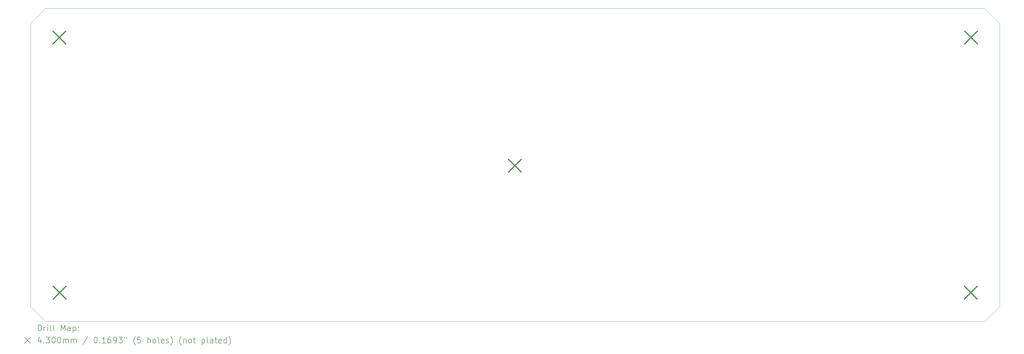
<source format=gbr>
%TF.GenerationSoftware,KiCad,Pcbnew,8.0.8-8.0.8-0~ubuntu24.04.1*%
%TF.CreationDate,2025-08-07T17:01:00-04:00*%
%TF.ProjectId,display_15_in,64697370-6c61-4795-9f31-355f696e2e6b,2*%
%TF.SameCoordinates,Original*%
%TF.FileFunction,Drillmap*%
%TF.FilePolarity,Positive*%
%FSLAX45Y45*%
G04 Gerber Fmt 4.5, Leading zero omitted, Abs format (unit mm)*
G04 Created by KiCad (PCBNEW 8.0.8-8.0.8-0~ubuntu24.04.1) date 2025-08-07 17:01:00*
%MOMM*%
%LPD*%
G01*
G04 APERTURE LIST*
%ADD10C,0.050000*%
%ADD11C,0.200000*%
%ADD12C,0.430000*%
G04 APERTURE END LIST*
D10*
X5854700Y-18397600D02*
X37858700Y-18397600D01*
X5854700Y-7729600D02*
X37858700Y-7729600D01*
X38366700Y-8237600D02*
X38366700Y-17889600D01*
X37858700Y-7729600D02*
X38366700Y-8237600D01*
X5346700Y-17889600D02*
X5854700Y-18397600D01*
X5346700Y-8237600D02*
X5346700Y-17889600D01*
X5346700Y-8237600D02*
X5854700Y-7729600D01*
X38366700Y-17889600D02*
X37858700Y-18397600D01*
D11*
D12*
X6109600Y-8497200D02*
X6539600Y-8927200D01*
X6539600Y-8497200D02*
X6109600Y-8927200D01*
X6115950Y-17196700D02*
X6545950Y-17626700D01*
X6545950Y-17196700D02*
X6115950Y-17626700D01*
X21629000Y-12866000D02*
X22059000Y-13296000D01*
X22059000Y-12866000D02*
X21629000Y-13296000D01*
X37161100Y-17196700D02*
X37591100Y-17626700D01*
X37591100Y-17196700D02*
X37161100Y-17626700D01*
X37173800Y-8497200D02*
X37603800Y-8927200D01*
X37603800Y-8497200D02*
X37173800Y-8927200D01*
D11*
X5604977Y-18711584D02*
X5604977Y-18511584D01*
X5604977Y-18511584D02*
X5652596Y-18511584D01*
X5652596Y-18511584D02*
X5681167Y-18521108D01*
X5681167Y-18521108D02*
X5700215Y-18540155D01*
X5700215Y-18540155D02*
X5709739Y-18559203D01*
X5709739Y-18559203D02*
X5719262Y-18597298D01*
X5719262Y-18597298D02*
X5719262Y-18625870D01*
X5719262Y-18625870D02*
X5709739Y-18663965D01*
X5709739Y-18663965D02*
X5700215Y-18683012D01*
X5700215Y-18683012D02*
X5681167Y-18702060D01*
X5681167Y-18702060D02*
X5652596Y-18711584D01*
X5652596Y-18711584D02*
X5604977Y-18711584D01*
X5804977Y-18711584D02*
X5804977Y-18578250D01*
X5804977Y-18616346D02*
X5814501Y-18597298D01*
X5814501Y-18597298D02*
X5824024Y-18587774D01*
X5824024Y-18587774D02*
X5843072Y-18578250D01*
X5843072Y-18578250D02*
X5862120Y-18578250D01*
X5928786Y-18711584D02*
X5928786Y-18578250D01*
X5928786Y-18511584D02*
X5919262Y-18521108D01*
X5919262Y-18521108D02*
X5928786Y-18530631D01*
X5928786Y-18530631D02*
X5938310Y-18521108D01*
X5938310Y-18521108D02*
X5928786Y-18511584D01*
X5928786Y-18511584D02*
X5928786Y-18530631D01*
X6052596Y-18711584D02*
X6033548Y-18702060D01*
X6033548Y-18702060D02*
X6024024Y-18683012D01*
X6024024Y-18683012D02*
X6024024Y-18511584D01*
X6157358Y-18711584D02*
X6138310Y-18702060D01*
X6138310Y-18702060D02*
X6128786Y-18683012D01*
X6128786Y-18683012D02*
X6128786Y-18511584D01*
X6385929Y-18711584D02*
X6385929Y-18511584D01*
X6385929Y-18511584D02*
X6452596Y-18654441D01*
X6452596Y-18654441D02*
X6519262Y-18511584D01*
X6519262Y-18511584D02*
X6519262Y-18711584D01*
X6700215Y-18711584D02*
X6700215Y-18606822D01*
X6700215Y-18606822D02*
X6690691Y-18587774D01*
X6690691Y-18587774D02*
X6671643Y-18578250D01*
X6671643Y-18578250D02*
X6633548Y-18578250D01*
X6633548Y-18578250D02*
X6614501Y-18587774D01*
X6700215Y-18702060D02*
X6681167Y-18711584D01*
X6681167Y-18711584D02*
X6633548Y-18711584D01*
X6633548Y-18711584D02*
X6614501Y-18702060D01*
X6614501Y-18702060D02*
X6604977Y-18683012D01*
X6604977Y-18683012D02*
X6604977Y-18663965D01*
X6604977Y-18663965D02*
X6614501Y-18644917D01*
X6614501Y-18644917D02*
X6633548Y-18635393D01*
X6633548Y-18635393D02*
X6681167Y-18635393D01*
X6681167Y-18635393D02*
X6700215Y-18625870D01*
X6795453Y-18578250D02*
X6795453Y-18778250D01*
X6795453Y-18587774D02*
X6814501Y-18578250D01*
X6814501Y-18578250D02*
X6852596Y-18578250D01*
X6852596Y-18578250D02*
X6871643Y-18587774D01*
X6871643Y-18587774D02*
X6881167Y-18597298D01*
X6881167Y-18597298D02*
X6890691Y-18616346D01*
X6890691Y-18616346D02*
X6890691Y-18673489D01*
X6890691Y-18673489D02*
X6881167Y-18692536D01*
X6881167Y-18692536D02*
X6871643Y-18702060D01*
X6871643Y-18702060D02*
X6852596Y-18711584D01*
X6852596Y-18711584D02*
X6814501Y-18711584D01*
X6814501Y-18711584D02*
X6795453Y-18702060D01*
X6976405Y-18692536D02*
X6985929Y-18702060D01*
X6985929Y-18702060D02*
X6976405Y-18711584D01*
X6976405Y-18711584D02*
X6966882Y-18702060D01*
X6966882Y-18702060D02*
X6976405Y-18692536D01*
X6976405Y-18692536D02*
X6976405Y-18711584D01*
X6976405Y-18587774D02*
X6985929Y-18597298D01*
X6985929Y-18597298D02*
X6976405Y-18606822D01*
X6976405Y-18606822D02*
X6966882Y-18597298D01*
X6966882Y-18597298D02*
X6976405Y-18587774D01*
X6976405Y-18587774D02*
X6976405Y-18606822D01*
X5144200Y-18940100D02*
X5344200Y-19140100D01*
X5344200Y-18940100D02*
X5144200Y-19140100D01*
X5690691Y-18998250D02*
X5690691Y-19131584D01*
X5643072Y-18922060D02*
X5595453Y-19064917D01*
X5595453Y-19064917D02*
X5719262Y-19064917D01*
X5795453Y-19112536D02*
X5804977Y-19122060D01*
X5804977Y-19122060D02*
X5795453Y-19131584D01*
X5795453Y-19131584D02*
X5785929Y-19122060D01*
X5785929Y-19122060D02*
X5795453Y-19112536D01*
X5795453Y-19112536D02*
X5795453Y-19131584D01*
X5871643Y-18931584D02*
X5995453Y-18931584D01*
X5995453Y-18931584D02*
X5928786Y-19007774D01*
X5928786Y-19007774D02*
X5957358Y-19007774D01*
X5957358Y-19007774D02*
X5976405Y-19017298D01*
X5976405Y-19017298D02*
X5985929Y-19026822D01*
X5985929Y-19026822D02*
X5995453Y-19045870D01*
X5995453Y-19045870D02*
X5995453Y-19093489D01*
X5995453Y-19093489D02*
X5985929Y-19112536D01*
X5985929Y-19112536D02*
X5976405Y-19122060D01*
X5976405Y-19122060D02*
X5957358Y-19131584D01*
X5957358Y-19131584D02*
X5900215Y-19131584D01*
X5900215Y-19131584D02*
X5881167Y-19122060D01*
X5881167Y-19122060D02*
X5871643Y-19112536D01*
X6119262Y-18931584D02*
X6138310Y-18931584D01*
X6138310Y-18931584D02*
X6157358Y-18941108D01*
X6157358Y-18941108D02*
X6166882Y-18950631D01*
X6166882Y-18950631D02*
X6176405Y-18969679D01*
X6176405Y-18969679D02*
X6185929Y-19007774D01*
X6185929Y-19007774D02*
X6185929Y-19055393D01*
X6185929Y-19055393D02*
X6176405Y-19093489D01*
X6176405Y-19093489D02*
X6166882Y-19112536D01*
X6166882Y-19112536D02*
X6157358Y-19122060D01*
X6157358Y-19122060D02*
X6138310Y-19131584D01*
X6138310Y-19131584D02*
X6119262Y-19131584D01*
X6119262Y-19131584D02*
X6100215Y-19122060D01*
X6100215Y-19122060D02*
X6090691Y-19112536D01*
X6090691Y-19112536D02*
X6081167Y-19093489D01*
X6081167Y-19093489D02*
X6071643Y-19055393D01*
X6071643Y-19055393D02*
X6071643Y-19007774D01*
X6071643Y-19007774D02*
X6081167Y-18969679D01*
X6081167Y-18969679D02*
X6090691Y-18950631D01*
X6090691Y-18950631D02*
X6100215Y-18941108D01*
X6100215Y-18941108D02*
X6119262Y-18931584D01*
X6309739Y-18931584D02*
X6328786Y-18931584D01*
X6328786Y-18931584D02*
X6347834Y-18941108D01*
X6347834Y-18941108D02*
X6357358Y-18950631D01*
X6357358Y-18950631D02*
X6366882Y-18969679D01*
X6366882Y-18969679D02*
X6376405Y-19007774D01*
X6376405Y-19007774D02*
X6376405Y-19055393D01*
X6376405Y-19055393D02*
X6366882Y-19093489D01*
X6366882Y-19093489D02*
X6357358Y-19112536D01*
X6357358Y-19112536D02*
X6347834Y-19122060D01*
X6347834Y-19122060D02*
X6328786Y-19131584D01*
X6328786Y-19131584D02*
X6309739Y-19131584D01*
X6309739Y-19131584D02*
X6290691Y-19122060D01*
X6290691Y-19122060D02*
X6281167Y-19112536D01*
X6281167Y-19112536D02*
X6271643Y-19093489D01*
X6271643Y-19093489D02*
X6262120Y-19055393D01*
X6262120Y-19055393D02*
X6262120Y-19007774D01*
X6262120Y-19007774D02*
X6271643Y-18969679D01*
X6271643Y-18969679D02*
X6281167Y-18950631D01*
X6281167Y-18950631D02*
X6290691Y-18941108D01*
X6290691Y-18941108D02*
X6309739Y-18931584D01*
X6462120Y-19131584D02*
X6462120Y-18998250D01*
X6462120Y-19017298D02*
X6471643Y-19007774D01*
X6471643Y-19007774D02*
X6490691Y-18998250D01*
X6490691Y-18998250D02*
X6519263Y-18998250D01*
X6519263Y-18998250D02*
X6538310Y-19007774D01*
X6538310Y-19007774D02*
X6547834Y-19026822D01*
X6547834Y-19026822D02*
X6547834Y-19131584D01*
X6547834Y-19026822D02*
X6557358Y-19007774D01*
X6557358Y-19007774D02*
X6576405Y-18998250D01*
X6576405Y-18998250D02*
X6604977Y-18998250D01*
X6604977Y-18998250D02*
X6624024Y-19007774D01*
X6624024Y-19007774D02*
X6633548Y-19026822D01*
X6633548Y-19026822D02*
X6633548Y-19131584D01*
X6728786Y-19131584D02*
X6728786Y-18998250D01*
X6728786Y-19017298D02*
X6738310Y-19007774D01*
X6738310Y-19007774D02*
X6757358Y-18998250D01*
X6757358Y-18998250D02*
X6785929Y-18998250D01*
X6785929Y-18998250D02*
X6804977Y-19007774D01*
X6804977Y-19007774D02*
X6814501Y-19026822D01*
X6814501Y-19026822D02*
X6814501Y-19131584D01*
X6814501Y-19026822D02*
X6824024Y-19007774D01*
X6824024Y-19007774D02*
X6843072Y-18998250D01*
X6843072Y-18998250D02*
X6871643Y-18998250D01*
X6871643Y-18998250D02*
X6890691Y-19007774D01*
X6890691Y-19007774D02*
X6900215Y-19026822D01*
X6900215Y-19026822D02*
X6900215Y-19131584D01*
X7290691Y-18922060D02*
X7119263Y-19179203D01*
X7547834Y-18931584D02*
X7566882Y-18931584D01*
X7566882Y-18931584D02*
X7585929Y-18941108D01*
X7585929Y-18941108D02*
X7595453Y-18950631D01*
X7595453Y-18950631D02*
X7604977Y-18969679D01*
X7604977Y-18969679D02*
X7614501Y-19007774D01*
X7614501Y-19007774D02*
X7614501Y-19055393D01*
X7614501Y-19055393D02*
X7604977Y-19093489D01*
X7604977Y-19093489D02*
X7595453Y-19112536D01*
X7595453Y-19112536D02*
X7585929Y-19122060D01*
X7585929Y-19122060D02*
X7566882Y-19131584D01*
X7566882Y-19131584D02*
X7547834Y-19131584D01*
X7547834Y-19131584D02*
X7528786Y-19122060D01*
X7528786Y-19122060D02*
X7519263Y-19112536D01*
X7519263Y-19112536D02*
X7509739Y-19093489D01*
X7509739Y-19093489D02*
X7500215Y-19055393D01*
X7500215Y-19055393D02*
X7500215Y-19007774D01*
X7500215Y-19007774D02*
X7509739Y-18969679D01*
X7509739Y-18969679D02*
X7519263Y-18950631D01*
X7519263Y-18950631D02*
X7528786Y-18941108D01*
X7528786Y-18941108D02*
X7547834Y-18931584D01*
X7700215Y-19112536D02*
X7709739Y-19122060D01*
X7709739Y-19122060D02*
X7700215Y-19131584D01*
X7700215Y-19131584D02*
X7690691Y-19122060D01*
X7690691Y-19122060D02*
X7700215Y-19112536D01*
X7700215Y-19112536D02*
X7700215Y-19131584D01*
X7900215Y-19131584D02*
X7785929Y-19131584D01*
X7843072Y-19131584D02*
X7843072Y-18931584D01*
X7843072Y-18931584D02*
X7824025Y-18960155D01*
X7824025Y-18960155D02*
X7804977Y-18979203D01*
X7804977Y-18979203D02*
X7785929Y-18988727D01*
X8071644Y-18931584D02*
X8033548Y-18931584D01*
X8033548Y-18931584D02*
X8014501Y-18941108D01*
X8014501Y-18941108D02*
X8004977Y-18950631D01*
X8004977Y-18950631D02*
X7985929Y-18979203D01*
X7985929Y-18979203D02*
X7976406Y-19017298D01*
X7976406Y-19017298D02*
X7976406Y-19093489D01*
X7976406Y-19093489D02*
X7985929Y-19112536D01*
X7985929Y-19112536D02*
X7995453Y-19122060D01*
X7995453Y-19122060D02*
X8014501Y-19131584D01*
X8014501Y-19131584D02*
X8052596Y-19131584D01*
X8052596Y-19131584D02*
X8071644Y-19122060D01*
X8071644Y-19122060D02*
X8081167Y-19112536D01*
X8081167Y-19112536D02*
X8090691Y-19093489D01*
X8090691Y-19093489D02*
X8090691Y-19045870D01*
X8090691Y-19045870D02*
X8081167Y-19026822D01*
X8081167Y-19026822D02*
X8071644Y-19017298D01*
X8071644Y-19017298D02*
X8052596Y-19007774D01*
X8052596Y-19007774D02*
X8014501Y-19007774D01*
X8014501Y-19007774D02*
X7995453Y-19017298D01*
X7995453Y-19017298D02*
X7985929Y-19026822D01*
X7985929Y-19026822D02*
X7976406Y-19045870D01*
X8185929Y-19131584D02*
X8224025Y-19131584D01*
X8224025Y-19131584D02*
X8243072Y-19122060D01*
X8243072Y-19122060D02*
X8252596Y-19112536D01*
X8252596Y-19112536D02*
X8271644Y-19083965D01*
X8271644Y-19083965D02*
X8281167Y-19045870D01*
X8281167Y-19045870D02*
X8281167Y-18969679D01*
X8281167Y-18969679D02*
X8271644Y-18950631D01*
X8271644Y-18950631D02*
X8262120Y-18941108D01*
X8262120Y-18941108D02*
X8243072Y-18931584D01*
X8243072Y-18931584D02*
X8204977Y-18931584D01*
X8204977Y-18931584D02*
X8185929Y-18941108D01*
X8185929Y-18941108D02*
X8176406Y-18950631D01*
X8176406Y-18950631D02*
X8166882Y-18969679D01*
X8166882Y-18969679D02*
X8166882Y-19017298D01*
X8166882Y-19017298D02*
X8176406Y-19036346D01*
X8176406Y-19036346D02*
X8185929Y-19045870D01*
X8185929Y-19045870D02*
X8204977Y-19055393D01*
X8204977Y-19055393D02*
X8243072Y-19055393D01*
X8243072Y-19055393D02*
X8262120Y-19045870D01*
X8262120Y-19045870D02*
X8271644Y-19036346D01*
X8271644Y-19036346D02*
X8281167Y-19017298D01*
X8347834Y-18931584D02*
X8471644Y-18931584D01*
X8471644Y-18931584D02*
X8404977Y-19007774D01*
X8404977Y-19007774D02*
X8433549Y-19007774D01*
X8433549Y-19007774D02*
X8452596Y-19017298D01*
X8452596Y-19017298D02*
X8462120Y-19026822D01*
X8462120Y-19026822D02*
X8471644Y-19045870D01*
X8471644Y-19045870D02*
X8471644Y-19093489D01*
X8471644Y-19093489D02*
X8462120Y-19112536D01*
X8462120Y-19112536D02*
X8452596Y-19122060D01*
X8452596Y-19122060D02*
X8433549Y-19131584D01*
X8433549Y-19131584D02*
X8376406Y-19131584D01*
X8376406Y-19131584D02*
X8357358Y-19122060D01*
X8357358Y-19122060D02*
X8347834Y-19112536D01*
X8547834Y-18931584D02*
X8547834Y-18969679D01*
X8624025Y-18931584D02*
X8624025Y-18969679D01*
X8919263Y-19207774D02*
X8909739Y-19198250D01*
X8909739Y-19198250D02*
X8890691Y-19169679D01*
X8890691Y-19169679D02*
X8881168Y-19150631D01*
X8881168Y-19150631D02*
X8871644Y-19122060D01*
X8871644Y-19122060D02*
X8862120Y-19074441D01*
X8862120Y-19074441D02*
X8862120Y-19036346D01*
X8862120Y-19036346D02*
X8871644Y-18988727D01*
X8871644Y-18988727D02*
X8881168Y-18960155D01*
X8881168Y-18960155D02*
X8890691Y-18941108D01*
X8890691Y-18941108D02*
X8909739Y-18912536D01*
X8909739Y-18912536D02*
X8919263Y-18903012D01*
X9090691Y-18931584D02*
X8995453Y-18931584D01*
X8995453Y-18931584D02*
X8985930Y-19026822D01*
X8985930Y-19026822D02*
X8995453Y-19017298D01*
X8995453Y-19017298D02*
X9014501Y-19007774D01*
X9014501Y-19007774D02*
X9062120Y-19007774D01*
X9062120Y-19007774D02*
X9081168Y-19017298D01*
X9081168Y-19017298D02*
X9090691Y-19026822D01*
X9090691Y-19026822D02*
X9100215Y-19045870D01*
X9100215Y-19045870D02*
X9100215Y-19093489D01*
X9100215Y-19093489D02*
X9090691Y-19112536D01*
X9090691Y-19112536D02*
X9081168Y-19122060D01*
X9081168Y-19122060D02*
X9062120Y-19131584D01*
X9062120Y-19131584D02*
X9014501Y-19131584D01*
X9014501Y-19131584D02*
X8995453Y-19122060D01*
X8995453Y-19122060D02*
X8985930Y-19112536D01*
X9338311Y-19131584D02*
X9338311Y-18931584D01*
X9424025Y-19131584D02*
X9424025Y-19026822D01*
X9424025Y-19026822D02*
X9414501Y-19007774D01*
X9414501Y-19007774D02*
X9395453Y-18998250D01*
X9395453Y-18998250D02*
X9366882Y-18998250D01*
X9366882Y-18998250D02*
X9347834Y-19007774D01*
X9347834Y-19007774D02*
X9338311Y-19017298D01*
X9547834Y-19131584D02*
X9528787Y-19122060D01*
X9528787Y-19122060D02*
X9519263Y-19112536D01*
X9519263Y-19112536D02*
X9509739Y-19093489D01*
X9509739Y-19093489D02*
X9509739Y-19036346D01*
X9509739Y-19036346D02*
X9519263Y-19017298D01*
X9519263Y-19017298D02*
X9528787Y-19007774D01*
X9528787Y-19007774D02*
X9547834Y-18998250D01*
X9547834Y-18998250D02*
X9576406Y-18998250D01*
X9576406Y-18998250D02*
X9595453Y-19007774D01*
X9595453Y-19007774D02*
X9604977Y-19017298D01*
X9604977Y-19017298D02*
X9614501Y-19036346D01*
X9614501Y-19036346D02*
X9614501Y-19093489D01*
X9614501Y-19093489D02*
X9604977Y-19112536D01*
X9604977Y-19112536D02*
X9595453Y-19122060D01*
X9595453Y-19122060D02*
X9576406Y-19131584D01*
X9576406Y-19131584D02*
X9547834Y-19131584D01*
X9728787Y-19131584D02*
X9709739Y-19122060D01*
X9709739Y-19122060D02*
X9700215Y-19103012D01*
X9700215Y-19103012D02*
X9700215Y-18931584D01*
X9881168Y-19122060D02*
X9862120Y-19131584D01*
X9862120Y-19131584D02*
X9824025Y-19131584D01*
X9824025Y-19131584D02*
X9804977Y-19122060D01*
X9804977Y-19122060D02*
X9795453Y-19103012D01*
X9795453Y-19103012D02*
X9795453Y-19026822D01*
X9795453Y-19026822D02*
X9804977Y-19007774D01*
X9804977Y-19007774D02*
X9824025Y-18998250D01*
X9824025Y-18998250D02*
X9862120Y-18998250D01*
X9862120Y-18998250D02*
X9881168Y-19007774D01*
X9881168Y-19007774D02*
X9890692Y-19026822D01*
X9890692Y-19026822D02*
X9890692Y-19045870D01*
X9890692Y-19045870D02*
X9795453Y-19064917D01*
X9966882Y-19122060D02*
X9985930Y-19131584D01*
X9985930Y-19131584D02*
X10024025Y-19131584D01*
X10024025Y-19131584D02*
X10043073Y-19122060D01*
X10043073Y-19122060D02*
X10052596Y-19103012D01*
X10052596Y-19103012D02*
X10052596Y-19093489D01*
X10052596Y-19093489D02*
X10043073Y-19074441D01*
X10043073Y-19074441D02*
X10024025Y-19064917D01*
X10024025Y-19064917D02*
X9995453Y-19064917D01*
X9995453Y-19064917D02*
X9976406Y-19055393D01*
X9976406Y-19055393D02*
X9966882Y-19036346D01*
X9966882Y-19036346D02*
X9966882Y-19026822D01*
X9966882Y-19026822D02*
X9976406Y-19007774D01*
X9976406Y-19007774D02*
X9995453Y-18998250D01*
X9995453Y-18998250D02*
X10024025Y-18998250D01*
X10024025Y-18998250D02*
X10043073Y-19007774D01*
X10119263Y-19207774D02*
X10128787Y-19198250D01*
X10128787Y-19198250D02*
X10147834Y-19169679D01*
X10147834Y-19169679D02*
X10157358Y-19150631D01*
X10157358Y-19150631D02*
X10166882Y-19122060D01*
X10166882Y-19122060D02*
X10176406Y-19074441D01*
X10176406Y-19074441D02*
X10176406Y-19036346D01*
X10176406Y-19036346D02*
X10166882Y-18988727D01*
X10166882Y-18988727D02*
X10157358Y-18960155D01*
X10157358Y-18960155D02*
X10147834Y-18941108D01*
X10147834Y-18941108D02*
X10128787Y-18912536D01*
X10128787Y-18912536D02*
X10119263Y-18903012D01*
X10481168Y-19207774D02*
X10471644Y-19198250D01*
X10471644Y-19198250D02*
X10452596Y-19169679D01*
X10452596Y-19169679D02*
X10443073Y-19150631D01*
X10443073Y-19150631D02*
X10433549Y-19122060D01*
X10433549Y-19122060D02*
X10424025Y-19074441D01*
X10424025Y-19074441D02*
X10424025Y-19036346D01*
X10424025Y-19036346D02*
X10433549Y-18988727D01*
X10433549Y-18988727D02*
X10443073Y-18960155D01*
X10443073Y-18960155D02*
X10452596Y-18941108D01*
X10452596Y-18941108D02*
X10471644Y-18912536D01*
X10471644Y-18912536D02*
X10481168Y-18903012D01*
X10557358Y-18998250D02*
X10557358Y-19131584D01*
X10557358Y-19017298D02*
X10566882Y-19007774D01*
X10566882Y-19007774D02*
X10585930Y-18998250D01*
X10585930Y-18998250D02*
X10614501Y-18998250D01*
X10614501Y-18998250D02*
X10633549Y-19007774D01*
X10633549Y-19007774D02*
X10643073Y-19026822D01*
X10643073Y-19026822D02*
X10643073Y-19131584D01*
X10766882Y-19131584D02*
X10747834Y-19122060D01*
X10747834Y-19122060D02*
X10738311Y-19112536D01*
X10738311Y-19112536D02*
X10728787Y-19093489D01*
X10728787Y-19093489D02*
X10728787Y-19036346D01*
X10728787Y-19036346D02*
X10738311Y-19017298D01*
X10738311Y-19017298D02*
X10747834Y-19007774D01*
X10747834Y-19007774D02*
X10766882Y-18998250D01*
X10766882Y-18998250D02*
X10795454Y-18998250D01*
X10795454Y-18998250D02*
X10814501Y-19007774D01*
X10814501Y-19007774D02*
X10824025Y-19017298D01*
X10824025Y-19017298D02*
X10833549Y-19036346D01*
X10833549Y-19036346D02*
X10833549Y-19093489D01*
X10833549Y-19093489D02*
X10824025Y-19112536D01*
X10824025Y-19112536D02*
X10814501Y-19122060D01*
X10814501Y-19122060D02*
X10795454Y-19131584D01*
X10795454Y-19131584D02*
X10766882Y-19131584D01*
X10890692Y-18998250D02*
X10966882Y-18998250D01*
X10919263Y-18931584D02*
X10919263Y-19103012D01*
X10919263Y-19103012D02*
X10928787Y-19122060D01*
X10928787Y-19122060D02*
X10947834Y-19131584D01*
X10947834Y-19131584D02*
X10966882Y-19131584D01*
X11185930Y-18998250D02*
X11185930Y-19198250D01*
X11185930Y-19007774D02*
X11204977Y-18998250D01*
X11204977Y-18998250D02*
X11243073Y-18998250D01*
X11243073Y-18998250D02*
X11262120Y-19007774D01*
X11262120Y-19007774D02*
X11271644Y-19017298D01*
X11271644Y-19017298D02*
X11281168Y-19036346D01*
X11281168Y-19036346D02*
X11281168Y-19093489D01*
X11281168Y-19093489D02*
X11271644Y-19112536D01*
X11271644Y-19112536D02*
X11262120Y-19122060D01*
X11262120Y-19122060D02*
X11243073Y-19131584D01*
X11243073Y-19131584D02*
X11204977Y-19131584D01*
X11204977Y-19131584D02*
X11185930Y-19122060D01*
X11395453Y-19131584D02*
X11376406Y-19122060D01*
X11376406Y-19122060D02*
X11366882Y-19103012D01*
X11366882Y-19103012D02*
X11366882Y-18931584D01*
X11557358Y-19131584D02*
X11557358Y-19026822D01*
X11557358Y-19026822D02*
X11547834Y-19007774D01*
X11547834Y-19007774D02*
X11528787Y-18998250D01*
X11528787Y-18998250D02*
X11490692Y-18998250D01*
X11490692Y-18998250D02*
X11471644Y-19007774D01*
X11557358Y-19122060D02*
X11538311Y-19131584D01*
X11538311Y-19131584D02*
X11490692Y-19131584D01*
X11490692Y-19131584D02*
X11471644Y-19122060D01*
X11471644Y-19122060D02*
X11462120Y-19103012D01*
X11462120Y-19103012D02*
X11462120Y-19083965D01*
X11462120Y-19083965D02*
X11471644Y-19064917D01*
X11471644Y-19064917D02*
X11490692Y-19055393D01*
X11490692Y-19055393D02*
X11538311Y-19055393D01*
X11538311Y-19055393D02*
X11557358Y-19045870D01*
X11624025Y-18998250D02*
X11700215Y-18998250D01*
X11652596Y-18931584D02*
X11652596Y-19103012D01*
X11652596Y-19103012D02*
X11662120Y-19122060D01*
X11662120Y-19122060D02*
X11681168Y-19131584D01*
X11681168Y-19131584D02*
X11700215Y-19131584D01*
X11843073Y-19122060D02*
X11824025Y-19131584D01*
X11824025Y-19131584D02*
X11785930Y-19131584D01*
X11785930Y-19131584D02*
X11766882Y-19122060D01*
X11766882Y-19122060D02*
X11757358Y-19103012D01*
X11757358Y-19103012D02*
X11757358Y-19026822D01*
X11757358Y-19026822D02*
X11766882Y-19007774D01*
X11766882Y-19007774D02*
X11785930Y-18998250D01*
X11785930Y-18998250D02*
X11824025Y-18998250D01*
X11824025Y-18998250D02*
X11843073Y-19007774D01*
X11843073Y-19007774D02*
X11852596Y-19026822D01*
X11852596Y-19026822D02*
X11852596Y-19045870D01*
X11852596Y-19045870D02*
X11757358Y-19064917D01*
X12024025Y-19131584D02*
X12024025Y-18931584D01*
X12024025Y-19122060D02*
X12004977Y-19131584D01*
X12004977Y-19131584D02*
X11966882Y-19131584D01*
X11966882Y-19131584D02*
X11947834Y-19122060D01*
X11947834Y-19122060D02*
X11938311Y-19112536D01*
X11938311Y-19112536D02*
X11928787Y-19093489D01*
X11928787Y-19093489D02*
X11928787Y-19036346D01*
X11928787Y-19036346D02*
X11938311Y-19017298D01*
X11938311Y-19017298D02*
X11947834Y-19007774D01*
X11947834Y-19007774D02*
X11966882Y-18998250D01*
X11966882Y-18998250D02*
X12004977Y-18998250D01*
X12004977Y-18998250D02*
X12024025Y-19007774D01*
X12100215Y-19207774D02*
X12109739Y-19198250D01*
X12109739Y-19198250D02*
X12128787Y-19169679D01*
X12128787Y-19169679D02*
X12138311Y-19150631D01*
X12138311Y-19150631D02*
X12147834Y-19122060D01*
X12147834Y-19122060D02*
X12157358Y-19074441D01*
X12157358Y-19074441D02*
X12157358Y-19036346D01*
X12157358Y-19036346D02*
X12147834Y-18988727D01*
X12147834Y-18988727D02*
X12138311Y-18960155D01*
X12138311Y-18960155D02*
X12128787Y-18941108D01*
X12128787Y-18941108D02*
X12109739Y-18912536D01*
X12109739Y-18912536D02*
X12100215Y-18903012D01*
M02*

</source>
